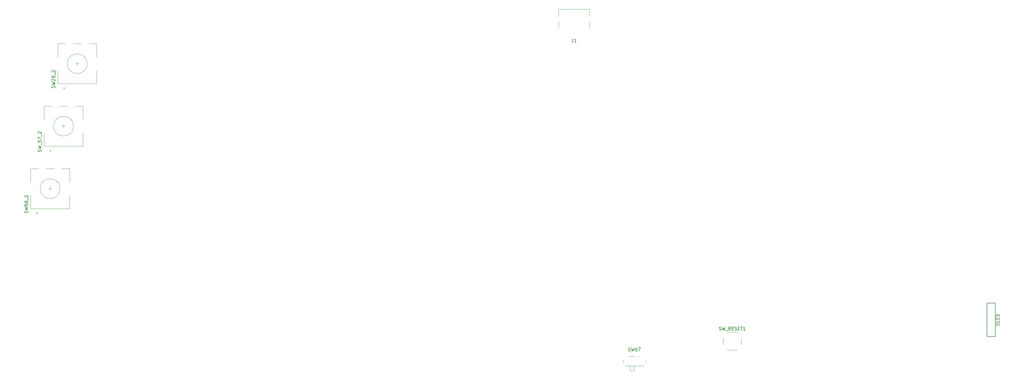
<source format=gbr>
%TF.GenerationSoftware,KiCad,Pcbnew,(5.1.10-1-10_14)*%
%TF.CreationDate,2021-05-29T20:47:56+07:00*%
%TF.ProjectId,geulis,6765756c-6973-42e6-9b69-6361645f7063,rev?*%
%TF.SameCoordinates,Original*%
%TF.FileFunction,Legend,Top*%
%TF.FilePolarity,Positive*%
%FSLAX46Y46*%
G04 Gerber Fmt 4.6, Leading zero omitted, Abs format (unit mm)*
G04 Created by KiCad (PCBNEW (5.1.10-1-10_14)) date 2021-05-29 20:47:56*
%MOMM*%
%LPD*%
G01*
G04 APERTURE LIST*
%ADD10C,0.120000*%
%ADD11C,0.150000*%
G04 APERTURE END LIST*
D10*
%TO.C,J1*%
X196451809Y139953558D02*
X187051809Y139953558D01*
X187051809Y134153558D02*
X187051809Y136153558D01*
X187051809Y138053558D02*
X187051809Y139953558D01*
X196451809Y134153558D02*
X196451809Y136153558D01*
X196451809Y138053558D02*
X196451809Y139953558D01*
%TO.C,SW_RESET1*%
X238631809Y41588558D02*
X241131809Y41588558D01*
X237131809Y39838558D02*
X237131809Y37838558D01*
X238631809Y36088558D02*
X241131809Y36088558D01*
X242631809Y39838558D02*
X242631809Y37838558D01*
X238181809Y41138558D02*
X238631809Y41588558D01*
X241581809Y41138558D02*
X241131809Y41588558D01*
X241581809Y36538558D02*
X241131809Y36088558D01*
X238181809Y36538558D02*
X238631809Y36088558D01*
%TO.C,SW67*%
X213571809Y32288558D02*
X213571809Y33078558D01*
X206671809Y33078558D02*
X206671809Y32288558D01*
X208521809Y34128558D02*
X210221809Y34128558D01*
X207271809Y31278558D02*
X212971809Y31278558D01*
X210021809Y29988558D02*
X210021809Y31278558D01*
X208921809Y29778558D02*
X209821809Y29778558D01*
X208721809Y31278558D02*
X208721809Y29988558D01*
X210021809Y29988558D02*
X209821809Y29778558D01*
X208721809Y29988558D02*
X208921809Y29778558D01*
X211521809Y34128558D02*
X211721809Y34128558D01*
D11*
%TO.C,OL1*%
X317361809Y40258558D02*
X319901809Y40258558D01*
X317361809Y50418558D02*
X317361809Y40258558D01*
X319901809Y50418558D02*
X317361809Y50418558D01*
X319901809Y40258558D02*
X319901809Y50418558D01*
D10*
%TO.C,SW_57_2*%
X39446809Y104323558D02*
G75*
G03*
X39446809Y104323558I-3000000J0D01*
G01*
X30546809Y106323558D02*
X30546809Y110423558D01*
X42346809Y110423558D02*
X42346809Y106323558D01*
X42346809Y102323558D02*
X42346809Y98223558D01*
X30546809Y102323558D02*
X30546809Y98223558D01*
X30546809Y98223558D02*
X42346809Y98223558D01*
X32646809Y96823558D02*
X32346809Y96523558D01*
X32346809Y96523558D02*
X32346809Y97123558D01*
X32346809Y97123558D02*
X32646809Y96823558D01*
X30546809Y110423558D02*
X32946809Y110423558D01*
X35146809Y110423558D02*
X37746809Y110423558D01*
X39946809Y110423558D02*
X42346809Y110423558D01*
X35946809Y104323558D02*
X36946809Y104323558D01*
X36446809Y103823558D02*
X36446809Y104823558D01*
%TO.C,SW58_2*%
X35376809Y85273558D02*
G75*
G03*
X35376809Y85273558I-3000000J0D01*
G01*
X26476809Y87273558D02*
X26476809Y91373558D01*
X38276809Y91373558D02*
X38276809Y87273558D01*
X38276809Y83273558D02*
X38276809Y79173558D01*
X26476809Y83273558D02*
X26476809Y79173558D01*
X26476809Y79173558D02*
X38276809Y79173558D01*
X28576809Y77773558D02*
X28276809Y77473558D01*
X28276809Y77473558D02*
X28276809Y78073558D01*
X28276809Y78073558D02*
X28576809Y77773558D01*
X26476809Y91373558D02*
X28876809Y91373558D01*
X31076809Y91373558D02*
X33676809Y91373558D01*
X35876809Y91373558D02*
X38276809Y91373558D01*
X31876809Y85273558D02*
X32876809Y85273558D01*
X32376809Y84773558D02*
X32376809Y85773558D01*
%TO.C,SW29_2*%
X43606809Y123373558D02*
G75*
G03*
X43606809Y123373558I-3000000J0D01*
G01*
X34706809Y125373558D02*
X34706809Y129473558D01*
X46506809Y129473558D02*
X46506809Y125373558D01*
X46506809Y121373558D02*
X46506809Y117273558D01*
X34706809Y121373558D02*
X34706809Y117273558D01*
X34706809Y117273558D02*
X46506809Y117273558D01*
X36806809Y115873558D02*
X36506809Y115573558D01*
X36506809Y115573558D02*
X36506809Y116173558D01*
X36506809Y116173558D02*
X36806809Y115873558D01*
X34706809Y129473558D02*
X37106809Y129473558D01*
X39306809Y129473558D02*
X41906809Y129473558D01*
X44106809Y129473558D02*
X46506809Y129473558D01*
X40106809Y123373558D02*
X41106809Y123373558D01*
X40606809Y122873558D02*
X40606809Y123873558D01*
%TO.C,J1*%
D11*
X191418475Y130956177D02*
X191418475Y130241891D01*
X191370856Y130099034D01*
X191275618Y130003796D01*
X191132761Y129956177D01*
X191037523Y129956177D01*
X192418475Y129956177D02*
X191847047Y129956177D01*
X192132761Y129956177D02*
X192132761Y130956177D01*
X192037523Y130813319D01*
X191942285Y130718081D01*
X191847047Y130670462D01*
%TO.C,SW_RESET1*%
X235905618Y42183796D02*
X236048475Y42136177D01*
X236286570Y42136177D01*
X236381809Y42183796D01*
X236429428Y42231415D01*
X236477047Y42326653D01*
X236477047Y42421891D01*
X236429428Y42517129D01*
X236381809Y42564748D01*
X236286570Y42612367D01*
X236096094Y42659986D01*
X236000856Y42707605D01*
X235953237Y42755224D01*
X235905618Y42850462D01*
X235905618Y42945700D01*
X235953237Y43040938D01*
X236000856Y43088558D01*
X236096094Y43136177D01*
X236334189Y43136177D01*
X236477047Y43088558D01*
X236810380Y43136177D02*
X237048475Y42136177D01*
X237238951Y42850462D01*
X237429428Y42136177D01*
X237667523Y43136177D01*
X237810380Y42040938D02*
X238572285Y42040938D01*
X239381809Y42136177D02*
X239048475Y42612367D01*
X238810380Y42136177D02*
X238810380Y43136177D01*
X239191332Y43136177D01*
X239286570Y43088558D01*
X239334189Y43040938D01*
X239381809Y42945700D01*
X239381809Y42802843D01*
X239334189Y42707605D01*
X239286570Y42659986D01*
X239191332Y42612367D01*
X238810380Y42612367D01*
X239810380Y42659986D02*
X240143713Y42659986D01*
X240286570Y42136177D02*
X239810380Y42136177D01*
X239810380Y43136177D01*
X240286570Y43136177D01*
X240667523Y42183796D02*
X240810380Y42136177D01*
X241048475Y42136177D01*
X241143713Y42183796D01*
X241191332Y42231415D01*
X241238951Y42326653D01*
X241238951Y42421891D01*
X241191332Y42517129D01*
X241143713Y42564748D01*
X241048475Y42612367D01*
X240857999Y42659986D01*
X240762761Y42707605D01*
X240715142Y42755224D01*
X240667523Y42850462D01*
X240667523Y42945700D01*
X240715142Y43040938D01*
X240762761Y43088558D01*
X240857999Y43136177D01*
X241096094Y43136177D01*
X241238951Y43088558D01*
X241667523Y42659986D02*
X242000856Y42659986D01*
X242143713Y42136177D02*
X241667523Y42136177D01*
X241667523Y43136177D01*
X242143713Y43136177D01*
X242429428Y43136177D02*
X243000856Y43136177D01*
X242715142Y42136177D02*
X242715142Y43136177D01*
X243857999Y42136177D02*
X243286570Y42136177D01*
X243572285Y42136177D02*
X243572285Y43136177D01*
X243477047Y42993319D01*
X243381809Y42898081D01*
X243286570Y42850462D01*
%TO.C,SW67*%
X208312285Y35803796D02*
X208455142Y35756177D01*
X208693237Y35756177D01*
X208788475Y35803796D01*
X208836094Y35851415D01*
X208883713Y35946653D01*
X208883713Y36041891D01*
X208836094Y36137129D01*
X208788475Y36184748D01*
X208693237Y36232367D01*
X208502761Y36279986D01*
X208407523Y36327605D01*
X208359904Y36375224D01*
X208312285Y36470462D01*
X208312285Y36565700D01*
X208359904Y36660938D01*
X208407523Y36708558D01*
X208502761Y36756177D01*
X208740856Y36756177D01*
X208883713Y36708558D01*
X209217047Y36756177D02*
X209455142Y35756177D01*
X209645618Y36470462D01*
X209836094Y35756177D01*
X210074189Y36756177D01*
X210883713Y36756177D02*
X210693237Y36756177D01*
X210597999Y36708558D01*
X210550380Y36660938D01*
X210455142Y36518081D01*
X210407523Y36327605D01*
X210407523Y35946653D01*
X210455142Y35851415D01*
X210502761Y35803796D01*
X210597999Y35756177D01*
X210788475Y35756177D01*
X210883713Y35803796D01*
X210931332Y35851415D01*
X210978951Y35946653D01*
X210978951Y36184748D01*
X210931332Y36279986D01*
X210883713Y36327605D01*
X210788475Y36375224D01*
X210597999Y36375224D01*
X210502761Y36327605D01*
X210455142Y36279986D01*
X210407523Y36184748D01*
X211312285Y36756177D02*
X211978951Y36756177D01*
X211550380Y35756177D01*
%TO.C,OL1*%
X320184189Y43826177D02*
X320184189Y44016653D01*
X320231809Y44111891D01*
X320327047Y44207129D01*
X320517523Y44254748D01*
X320850856Y44254748D01*
X321041332Y44207129D01*
X321136570Y44111891D01*
X321184189Y44016653D01*
X321184189Y43826177D01*
X321136570Y43730938D01*
X321041332Y43635700D01*
X320850856Y43588081D01*
X320517523Y43588081D01*
X320327047Y43635700D01*
X320231809Y43730938D01*
X320184189Y43826177D01*
X321184189Y45159510D02*
X321184189Y44683319D01*
X320184189Y44683319D01*
X320660380Y45492843D02*
X320660380Y45826177D01*
X321184189Y45969034D02*
X321184189Y45492843D01*
X320184189Y45492843D01*
X320184189Y45969034D01*
X321184189Y46397605D02*
X320184189Y46397605D01*
X320184189Y46635700D01*
X320231809Y46778558D01*
X320327047Y46873796D01*
X320422285Y46921415D01*
X320612761Y46969034D01*
X320755618Y46969034D01*
X320946094Y46921415D01*
X321041332Y46873796D01*
X321136570Y46778558D01*
X321184189Y46635700D01*
X321184189Y46397605D01*
%TO.C,SW_57_2*%
X29651570Y96575938D02*
X29699189Y96718796D01*
X29699189Y96956891D01*
X29651570Y97052129D01*
X29603951Y97099748D01*
X29508713Y97147367D01*
X29413475Y97147367D01*
X29318237Y97099748D01*
X29270618Y97052129D01*
X29222999Y96956891D01*
X29175380Y96766415D01*
X29127761Y96671177D01*
X29080142Y96623558D01*
X28984904Y96575938D01*
X28889666Y96575938D01*
X28794428Y96623558D01*
X28746809Y96671177D01*
X28699189Y96766415D01*
X28699189Y97004510D01*
X28746809Y97147367D01*
X28699189Y97480700D02*
X29699189Y97718796D01*
X28984904Y97909272D01*
X29699189Y98099748D01*
X28699189Y98337843D01*
X29794428Y98480700D02*
X29794428Y99242605D01*
X28699189Y99956891D02*
X28699189Y99480700D01*
X29175380Y99433081D01*
X29127761Y99480700D01*
X29080142Y99575938D01*
X29080142Y99814034D01*
X29127761Y99909272D01*
X29175380Y99956891D01*
X29270618Y100004510D01*
X29508713Y100004510D01*
X29603951Y99956891D01*
X29651570Y99909272D01*
X29699189Y99814034D01*
X29699189Y99575938D01*
X29651570Y99480700D01*
X29603951Y99433081D01*
X28699189Y100337843D02*
X28699189Y101004510D01*
X29699189Y100575938D01*
X29794428Y101147367D02*
X29794428Y101909272D01*
X28794428Y102099748D02*
X28746809Y102147367D01*
X28699189Y102242605D01*
X28699189Y102480700D01*
X28746809Y102575938D01*
X28794428Y102623558D01*
X28889666Y102671177D01*
X28984904Y102671177D01*
X29127761Y102623558D01*
X29699189Y102052129D01*
X29699189Y102671177D01*
%TO.C,SW58_2*%
X25581570Y77906891D02*
X25629189Y78049748D01*
X25629189Y78287843D01*
X25581570Y78383081D01*
X25533951Y78430700D01*
X25438713Y78478319D01*
X25343475Y78478319D01*
X25248237Y78430700D01*
X25200618Y78383081D01*
X25152999Y78287843D01*
X25105380Y78097367D01*
X25057761Y78002129D01*
X25010142Y77954510D01*
X24914904Y77906891D01*
X24819666Y77906891D01*
X24724428Y77954510D01*
X24676809Y78002129D01*
X24629189Y78097367D01*
X24629189Y78335462D01*
X24676809Y78478319D01*
X24629189Y78811653D02*
X25629189Y79049748D01*
X24914904Y79240224D01*
X25629189Y79430700D01*
X24629189Y79668796D01*
X24629189Y80525938D02*
X24629189Y80049748D01*
X25105380Y80002129D01*
X25057761Y80049748D01*
X25010142Y80144986D01*
X25010142Y80383081D01*
X25057761Y80478319D01*
X25105380Y80525938D01*
X25200618Y80573558D01*
X25438713Y80573558D01*
X25533951Y80525938D01*
X25581570Y80478319D01*
X25629189Y80383081D01*
X25629189Y80144986D01*
X25581570Y80049748D01*
X25533951Y80002129D01*
X25057761Y81144986D02*
X25010142Y81049748D01*
X24962523Y81002129D01*
X24867285Y80954510D01*
X24819666Y80954510D01*
X24724428Y81002129D01*
X24676809Y81049748D01*
X24629189Y81144986D01*
X24629189Y81335462D01*
X24676809Y81430700D01*
X24724428Y81478319D01*
X24819666Y81525938D01*
X24867285Y81525938D01*
X24962523Y81478319D01*
X25010142Y81430700D01*
X25057761Y81335462D01*
X25057761Y81144986D01*
X25105380Y81049748D01*
X25152999Y81002129D01*
X25248237Y80954510D01*
X25438713Y80954510D01*
X25533951Y81002129D01*
X25581570Y81049748D01*
X25629189Y81144986D01*
X25629189Y81335462D01*
X25581570Y81430700D01*
X25533951Y81478319D01*
X25438713Y81525938D01*
X25248237Y81525938D01*
X25152999Y81478319D01*
X25105380Y81430700D01*
X25057761Y81335462D01*
X25724428Y81716415D02*
X25724428Y82478319D01*
X24724428Y82668796D02*
X24676809Y82716415D01*
X24629189Y82811653D01*
X24629189Y83049748D01*
X24676809Y83144986D01*
X24724428Y83192605D01*
X24819666Y83240224D01*
X24914904Y83240224D01*
X25057761Y83192605D01*
X25629189Y82621177D01*
X25629189Y83240224D01*
%TO.C,SW29_2*%
X33811570Y116006891D02*
X33859189Y116149748D01*
X33859189Y116387843D01*
X33811570Y116483081D01*
X33763951Y116530700D01*
X33668713Y116578319D01*
X33573475Y116578319D01*
X33478237Y116530700D01*
X33430618Y116483081D01*
X33382999Y116387843D01*
X33335380Y116197367D01*
X33287761Y116102129D01*
X33240142Y116054510D01*
X33144904Y116006891D01*
X33049666Y116006891D01*
X32954428Y116054510D01*
X32906809Y116102129D01*
X32859189Y116197367D01*
X32859189Y116435462D01*
X32906809Y116578319D01*
X32859189Y116911653D02*
X33859189Y117149748D01*
X33144904Y117340224D01*
X33859189Y117530700D01*
X32859189Y117768796D01*
X32954428Y118102129D02*
X32906809Y118149748D01*
X32859189Y118244986D01*
X32859189Y118483081D01*
X32906809Y118578319D01*
X32954428Y118625938D01*
X33049666Y118673558D01*
X33144904Y118673558D01*
X33287761Y118625938D01*
X33859189Y118054510D01*
X33859189Y118673558D01*
X33859189Y119149748D02*
X33859189Y119340224D01*
X33811570Y119435462D01*
X33763951Y119483081D01*
X33621094Y119578319D01*
X33430618Y119625938D01*
X33049666Y119625938D01*
X32954428Y119578319D01*
X32906809Y119530700D01*
X32859189Y119435462D01*
X32859189Y119244986D01*
X32906809Y119149748D01*
X32954428Y119102129D01*
X33049666Y119054510D01*
X33287761Y119054510D01*
X33382999Y119102129D01*
X33430618Y119149748D01*
X33478237Y119244986D01*
X33478237Y119435462D01*
X33430618Y119530700D01*
X33382999Y119578319D01*
X33287761Y119625938D01*
X33954428Y119816415D02*
X33954428Y120578319D01*
X32954428Y120768796D02*
X32906809Y120816415D01*
X32859189Y120911653D01*
X32859189Y121149748D01*
X32906809Y121244986D01*
X32954428Y121292605D01*
X33049666Y121340224D01*
X33144904Y121340224D01*
X33287761Y121292605D01*
X33859189Y120721177D01*
X33859189Y121340224D01*
%TD*%
M02*

</source>
